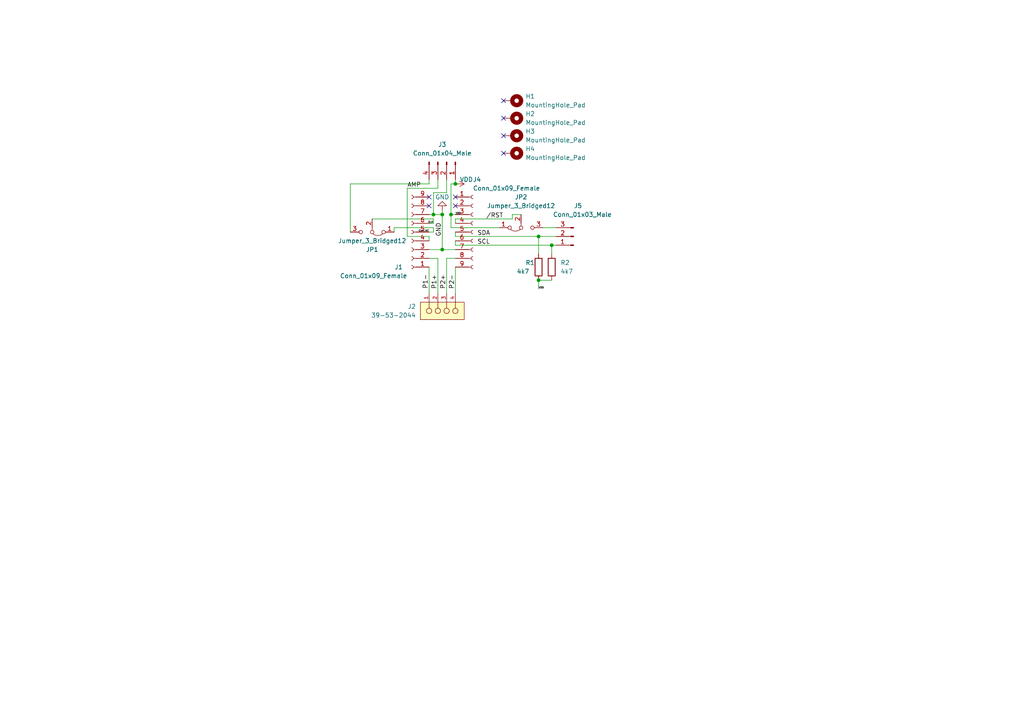
<source format=kicad_sch>
(kicad_sch (version 20211123) (generator eeschema)
  (paper "A4")
  (lib_symbols
    (symbol "Connector:Conn_01x03_Male" (pin_names (offset 1.016) hide)
      (property "Reference" "J" (at 0 5.08 0))
      (property "Value" "Conn_01x03_Male" (at 0 -5.08 0))
      (symbol "Conn_01x03_Male_1_1"
        (polyline (pts (xy 1.27 -2.54) (xy 0.8636 -2.54)) (stroke (width 0.1524)))
        (polyline (pts (xy 1.27 0) (xy 0.8636 0)) (stroke (width 0.1524)))
        (polyline (pts (xy 1.27 2.54) (xy 0.8636 2.54)) (stroke (width 0.1524)))
        (rectangle (start 0.8636 -2.413) (end 0 -2.667) (stroke (width 0.1524)) (fill (type outline)))
        (rectangle (start 0.8636 0.127) (end 0 -0.127) (stroke (width 0.1524)) (fill (type outline)))
        (rectangle (start 0.8636 2.667) (end 0 2.413) (stroke (width 0.1524)) (fill (type outline)))
        (pin passive line (at 5.08 2.54 180) (length 3.81) (name "Pin_1") (number "1"))
        (pin passive line (at 5.08 0 180) (length 3.81) (name "Pin_2") (number "2"))
        (pin passive line (at 5.08 -2.54 180) (length 3.81) (name "Pin_3") (number "3"))
      )
    )
    (symbol "Connector:Conn_01x04_Male" (pin_names (offset 1.016) hide)
      (property "Reference" "J" (at 0 5.08 0))
      (property "Value" "Conn_01x04_Male" (at 0 -7.62 0))
      (symbol "Conn_01x04_Male_1_1"
        (polyline (pts (xy 1.27 -5.08) (xy 0.8636 -5.08)) (stroke (width 0.1524)))
        (polyline (pts (xy 1.27 -2.54) (xy 0.8636 -2.54)) (stroke (width 0.1524)))
        (polyline (pts (xy 1.27 0) (xy 0.8636 0)) (stroke (width 0.1524)))
        (polyline (pts (xy 1.27 2.54) (xy 0.8636 2.54)) (stroke (width 0.1524)))
        (rectangle (start 0.8636 -4.953) (end 0 -5.207) (stroke (width 0.1524)) (fill (type outline)))
        (rectangle (start 0.8636 -2.413) (end 0 -2.667) (stroke (width 0.1524)) (fill (type outline)))
        (rectangle (start 0.8636 0.127) (end 0 -0.127) (stroke (width 0.1524)) (fill (type outline)))
        (rectangle (start 0.8636 2.667) (end 0 2.413) (stroke (width 0.1524)) (fill (type outline)))
        (pin passive line (at 5.08 2.54 180) (length 3.81) (name "Pin_1") (number "1"))
        (pin passive line (at 5.08 0 180) (length 3.81) (name "Pin_2") (number "2"))
        (pin passive line (at 5.08 -2.54 180) (length 3.81) (name "Pin_3") (number "3"))
        (pin passive line (at 5.08 -5.08 180) (length 3.81) (name "Pin_4") (number "4"))
      )
    )
    (symbol "Connector:Conn_01x09_Female" (pin_names (offset 1.016) hide)
      (property "Reference" "J" (at 0 12.7 0))
      (property "Value" "Conn_01x09_Female" (at 0 -12.7 0))
      (symbol "Conn_01x09_Female_1_1"
        (arc (start 0 -9.652) (mid -0.508 -10.16) (end 0 -10.668) (stroke (width 0.1524)))
        (arc (start 0 -7.112) (mid -0.508 -7.62) (end 0 -8.128) (stroke (width 0.1524)))
        (arc (start 0 -4.572) (mid -0.508 -5.08) (end 0 -5.588) (stroke (width 0.1524)))
        (arc (start 0 -2.032) (mid -0.508 -2.54) (end 0 -3.048) (stroke (width 0.1524)))
        (polyline (pts (xy -1.27 -10.16) (xy -0.508 -10.16)) (stroke (width 0.1524)))
        (polyline (pts (xy -1.27 -7.62) (xy -0.508 -7.62)) (stroke (width 0.1524)))
        (polyline (pts (xy -1.27 -5.08) (xy -0.508 -5.08)) (stroke (width 0.1524)))
        (polyline (pts (xy -1.27 -2.54) (xy -0.508 -2.54)) (stroke (width 0.1524)))
        (polyline (pts (xy -1.27 0) (xy -0.508 0)) (stroke (width 0.1524)))
        (polyline (pts (xy -1.27 2.54) (xy -0.508 2.54)) (stroke (width 0.1524)))
        (polyline (pts (xy -1.27 5.08) (xy -0.508 5.08)) (stroke (width 0.1524)))
        (polyline (pts (xy -1.27 7.62) (xy -0.508 7.62)) (stroke (width 0.1524)))
        (polyline (pts (xy -1.27 10.16) (xy -0.508 10.16)) (stroke (width 0.1524)))
        (arc (start 0 0.508) (mid -0.508 0) (end 0 -0.508) (stroke (width 0.1524)))
        (arc (start 0 3.048) (mid -0.508 2.54) (end 0 2.032) (stroke (width 0.1524)))
        (arc (start 0 5.588) (mid -0.508 5.08) (end 0 4.572) (stroke (width 0.1524)))
        (arc (start 0 8.128) (mid -0.508 7.62) (end 0 7.112) (stroke (width 0.1524)))
        (arc (start 0 10.668) (mid -0.508 10.16) (end 0 9.652) (stroke (width 0.1524)))
        (pin passive line (at -5.08 10.16 0) (length 3.81) (name "Pin_1") (number "1"))
        (pin passive line (at -5.08 7.62 0) (length 3.81) (name "Pin_2") (number "2"))
        (pin passive line (at -5.08 5.08 0) (length 3.81) (name "Pin_3") (number "3"))
        (pin passive line (at -5.08 2.54 0) (length 3.81) (name "Pin_4") (number "4"))
        (pin passive line (at -5.08 0 0) (length 3.81) (name "Pin_5") (number "5"))
        (pin passive line (at -5.08 -2.54 0) (length 3.81) (name "Pin_6") (number "6"))
        (pin passive line (at -5.08 -5.08 0) (length 3.81) (name "Pin_7") (number "7"))
        (pin passive line (at -5.08 -7.62 0) (length 3.81) (name "Pin_8") (number "8"))
        (pin passive line (at -5.08 -10.16 0) (length 3.81) (name "Pin_9") (number "9"))
      )
    )
    (symbol "Device:R" (pin_numbers hide) (pin_names (offset 0))
      (property "Reference" "R" (at 2.032 0 90))
      (property "Value" "R" (at 0 0 90))
      (symbol "R_0_1"
        (rectangle (start -1.016 -2.54) (end 1.016 2.54) (stroke (width 0.254)))
      )
      (symbol "R_1_1"
        (pin passive line (at 0 3.81 270) (length 1.27) (name "~") (number "1"))
        (pin passive line (at 0 -3.81 90) (length 1.27) (name "~") (number "2"))
      )
    )
    (symbol "Jumper:Jumper_3_Bridged12" (pin_names (offset 0) hide)
      (property "Reference" "JP" (at -2.54 -2.54 0))
      (property "Value" "Jumper_3_Bridged12" (at 0 2.794 0))
      (symbol "Jumper_3_Bridged12_0_0"
        (circle (center -3.302 0) (radius 0.508))
        (circle (center 0 0) (radius 0.508))
        (circle (center 3.302 0) (radius 0.508))
      )
      (symbol "Jumper_3_Bridged12_0_1"
        (arc (start -0.254 0.508) (mid -1.651 0.9912) (end -3.048 0.508))
        (polyline (pts (xy 0 -1.27) (xy 0 -0.508)))
      )
      (symbol "Jumper_3_Bridged12_1_1"
        (pin passive line (at -6.35 0 0) (length 2.54) (name "A") (number "1"))
        (pin passive line (at 0 -3.81 90) (length 2.54) (name "C") (number "2"))
        (pin passive line (at 6.35 0 180) (length 2.54) (name "B") (number "3"))
      )
    )
    (symbol "Mechanical:MountingHole_Pad" (pin_numbers hide) (pin_names (offset 1.016) hide)
      (property "Reference" "H" (at 0 6.35 0))
      (property "Value" "MountingHole_Pad" (at 0 4.445 0))
      (symbol "MountingHole_Pad_0_1"
        (circle (center 0 1.27) (radius 1.27) (stroke (width 1.27)))
      )
      (symbol "MountingHole_Pad_1_1"
        (pin input line (at 0 -2.54 90) (length 2.54) (name "1") (number "1"))
      )
    )
    (symbol "eec_rightangle:39-53-2044" (pin_names (offset 0))
      (property "Reference" "J" (at 0 12.7 0))
      (property "Value" "39-53-2044" (at 0 15.24 0))
      (symbol "39-53-2044_1_1"
        (rectangle (start -2.54 10.16) (end 10.16 5.08) (fill (type background)))
        (polyline (pts (xy 0 5.08) (xy 0 6.858)))
        (polyline (pts (xy 2.54 5.08) (xy 2.54 6.858)))
        (polyline (pts (xy 5.08 5.08) (xy 5.08 6.858)))
        (polyline (pts (xy 7.62 5.08) (xy 7.62 6.858)))
        (circle (center 0 7.62) (radius 0.762))
        (circle (center 2.54 7.62) (radius 0.762))
        (circle (center 5.08 7.62) (radius 0.762))
        (circle (center 7.62 7.62) (radius 0.762))
        (pin passive line (at 0 2.54 90) (length 2.54) (name "1") (number "1"))
        (pin passive line (at 2.54 2.54 90) (length 2.54) (name "2") (number "2"))
        (pin passive line (at 5.08 2.54 90) (length 2.54) (name "3") (number "3"))
        (pin passive line (at 7.62 2.54 90) (length 2.54) (name "4") (number "4"))
      )
    )
    (symbol "power:GND" (power) (pin_names (offset 0))
      (property "Value" "GND" (at 0 -3.81 0))
      (symbol "GND_0_1"
        (polyline (pts (xy 0 0) (xy 0 -1.27) (xy 1.27 -1.27) (xy 0 -2.54) (xy -1.27 -1.27) (xy 0 -1.27)))
      )
      (symbol "GND_1_1"
        (pin power_in line (at 0 0 270) (length 0) hide (name "GND") (number "1"))
      )
    )
    (symbol "power:VDD" (power) (pin_names (offset 0))
      (property "Value" "VDD" (at 0 3.81 0))
      (symbol "VDD_0_1"
        (polyline (pts (xy -0.762 1.27) (xy 0 2.54)))
        (polyline (pts (xy 0 0) (xy 0 2.54)))
        (polyline (pts (xy 0 2.54) (xy 0.762 1.27)))
      )
      (symbol "VDD_1_1"
        (pin power_in line (at 0 0 90) (length 0) hide (name "VDD") (number "1"))
      )
    )
  )
  (junction (at 132.08 53.34))
  (junction (at 128.27 72.39))
  (junction (at 156.21 81.28))
  (junction (at 156.21 68.58))
  (junction (at 130.81 62.23))
  (junction (at 160.02 71.12))
  (junction (at 125.73 62.23))
  (junction (at 128.27 62.23))
  (no_connect (at 146.05 29.21))
  (no_connect (at 146.05 44.45))
  (no_connect (at 132.08 57.15))
  (no_connect (at 146.05 39.37))
  (no_connect (at 124.46 59.69))
  (no_connect (at 124.46 57.15))
  (no_connect (at 132.08 59.69))
  (no_connect (at 146.05 34.29))
  (wire (pts (xy 125.73 67.31) (xy 124.46 67.31)))
  (wire (pts (xy 125.73 62.23) (xy 128.27 62.23)))
  (wire (pts (xy 124.46 52.07) (xy 124.46 53.34)))
  (wire (pts (xy 118.11 68.58) (xy 118.11 54.61)))
  (wire (pts (xy 144.78 66.04) (xy 130.81 66.04)))
  (wire (pts (xy 132.08 74.93) (xy 129.54 74.93)))
  (wire (pts (xy 148.59 62.23) (xy 148.59 63.5)))
  (wire (pts (xy 132.08 71.12) (xy 160.02 71.12)))
  (wire (pts (xy 114.3 67.31) (xy 114.3 66.04)))
  (wire (pts (xy 127 74.93) (xy 127 85.09)))
  (wire (pts (xy 130.81 53.34) (xy 130.81 62.23)))
  (wire (pts (xy 129.54 55.88) (xy 125.73 55.88)))
  (wire (pts (xy 160.02 71.12) (xy 160.02 73.66)))
  (wire (pts (xy 107.95 63.5) (xy 125.73 63.5)))
  (wire (pts (xy 130.81 62.23) (xy 130.81 66.04)))
  (wire (pts (xy 125.73 55.88) (xy 125.73 62.23)))
  (wire (pts (xy 124.46 62.23) (xy 125.73 62.23)))
  (wire (pts (xy 132.08 77.47) (xy 132.08 85.09)))
  (wire (pts (xy 118.11 54.61) (xy 127 54.61)))
  (wire (pts (xy 132.08 63.5) (xy 132.08 64.77)))
  (wire (pts (xy 125.73 63.5) (xy 125.73 64.77)))
  (wire (pts (xy 132.08 72.39) (xy 128.27 72.39)))
  (wire (pts (xy 156.21 81.28) (xy 160.02 81.28)))
  (wire (pts (xy 128.27 72.39) (xy 124.46 72.39)))
  (wire (pts (xy 132.08 71.12) (xy 132.08 69.85)))
  (wire (pts (xy 124.46 53.34) (xy 101.6 53.34)))
  (wire (pts (xy 125.73 64.77) (xy 124.46 64.77)))
  (wire (pts (xy 128.27 62.23) (xy 128.27 72.39)))
  (wire (pts (xy 124.46 68.58) (xy 118.11 68.58)))
  (wire (pts (xy 127 52.07) (xy 127 54.61)))
  (wire (pts (xy 160.02 71.12) (xy 161.29 71.12)))
  (wire (pts (xy 125.73 66.04) (xy 125.73 67.31)))
  (wire (pts (xy 148.59 63.5) (xy 132.08 63.5)))
  (wire (pts (xy 114.3 66.04) (xy 125.73 66.04)))
  (wire (pts (xy 151.13 62.23) (xy 148.59 62.23)))
  (wire (pts (xy 132.08 52.07) (xy 132.08 53.34)))
  (wire (pts (xy 132.08 67.31) (xy 132.08 68.58)))
  (wire (pts (xy 124.46 77.47) (xy 124.46 85.09)))
  (wire (pts (xy 101.6 53.34) (xy 101.6 67.31)))
  (wire (pts (xy 129.54 52.07) (xy 129.54 55.88)))
  (wire (pts (xy 132.08 53.34) (xy 130.81 53.34)))
  (wire (pts (xy 132.08 68.58) (xy 156.21 68.58)))
  (wire (pts (xy 156.21 81.28) (xy 156.21 83.82)))
  (wire (pts (xy 156.21 68.58) (xy 156.21 73.66)))
  (wire (pts (xy 129.54 74.93) (xy 129.54 85.09)))
  (wire (pts (xy 127 74.93) (xy 124.46 74.93)))
  (wire (pts (xy 156.21 68.58) (xy 161.29 68.58)))
  (wire (pts (xy 124.46 69.85) (xy 124.46 68.58)))
  (wire (pts (xy 130.81 62.23) (xy 132.08 62.23)))
  (wire (pts (xy 157.48 66.04) (xy 161.29 66.04)))
  (wire (pts (xy 128.27 60.96) (xy 128.27 62.23)))
  (label "{slash}RST" (at 140.97 63.5 0))
  (label "CLK_INT" (at 124.46 67.31 180) (effects (font (size 0.5 0.5))))
  (label "SDA" (at 138.43 68.58 0))
  (label "SCL" (at 138.43 71.12 0))
  (label "AMP" (at 118.11 54.61 0))
  (label "P2+" (at 129.54 83.82 90))
  (label "P1-" (at 124.46 83.7301 90))
  (label "P1+" (at 127 83.82 90))
  (label "GND" (at 128.27 68.58 90))
  (label "VDD" (at 132.08 62.23 0) (effects (font (size 0.5 0.5))))
  (label "P2-" (at 132.08 83.82 90))
  (label "CLK" (at 125.73 64.77 180) (effects (font (size 0.5 0.5))))
  (label "VDD" (at 156.21 83.82 0) (effects (font (size 0.5 0.5))))
  (symbol (lib_id "Connector:Conn_01x09_Female") (at 119.38 67.31 180) (unit 1)
    (property "Reference" "J1" (at 116.84 77.47 0) (effects (justify left)))
    (property "Value" "Conn_01x09_Female" (at 118.11 80.01 0) (effects (justify left)))
    (property "Footprint" "Connector_PinSocket_2.54mm:PinSocket_1x09_P2.54mm_Vertical" (effects hide))
  )
  (symbol (lib_id "Mechanical:MountingHole_Pad") (at 148.59 39.37 270) (unit 1)
    (property "Reference" "H3" (at 152.4 38.0999 90) (effects (justify left)))
    (property "Value" "MountingHole_Pad" (at 152.4 40.6399 90) (effects (justify left)))
    (property "Footprint" "MountingHole:MountingHole_2.7mm_M2.5_Pad" (effects hide))
  )
  (symbol (lib_id "Mechanical:MountingHole_Pad") (at 148.59 29.21 270) (unit 1)
    (property "Reference" "H1" (at 152.4 27.9399 90) (effects (justify left)))
    (property "Value" "MountingHole_Pad" (at 152.4 30.4799 90) (effects (justify left)))
    (property "Footprint" "MountingHole:MountingHole_2.7mm_M2.5_Pad" (effects hide))
  )
  (symbol (lib_id "Connector:Conn_01x03_Male") (at 166.37 68.58 180) (unit 1)
    (property "Reference" "J5" (at 167.64 59.69 0))
    (property "Value" "Conn_01x03_Male" (at 168.91 62.23 0))
    (property "Footprint" "Connector_PinHeader_2.54mm:PinHeader_1x03_P2.54mm_Vertical" (effects hide))
  )
  (symbol (lib_id "Jumper:Jumper_3_Bridged12") (at 107.95 67.31 180) (unit 1)
    (property "Reference" "JP1" (at 107.95 72.39 0))
    (property "Value" "Jumper_3_Bridged12" (at 107.95 69.85 0))
    (property "Footprint" "Connector_PinHeader_2.54mm:PinHeader_1x03_P2.54mm_Vertical" (effects hide))
  )
  (symbol (lib_id "Device:R") (at 156.21 77.47 0) (unit 1)
    (property "Reference" "R1" (at 152.4 76.2 0) (effects (justify left)))
    (property "Value" "4k7" (at 149.86 78.74 0) (effects (justify left)))
    (property "Footprint" "Resistor_SMD:R_0402_1005Metric" (effects hide))
  )
  (symbol (lib_id "eec_rightangle:39-53-2044") (at 124.46 82.55 0) (mirror x) (unit 1)
    (property "Reference" "J2" (at 120.65 88.8999 0) (effects (justify right)))
    (property "Value" "39-53-2044" (at 120.65 91.4399 0) (effects (justify right)))
    (property "Footprint" "eec_rightangle:Molex-39-53-2044-Manufacturer_Recommended" (effects hide))
    (property "Datasheet" "http://www.molex.com/webdocs/datasheets/pdf/en-us/0039532044_FFC_FPC_CONNECTORS.pdf" (effects hide))
    (property "Circuits Loaded" "4" (effects hide))
    (property "Component Link 1 Description" "Manufacturer URL" (effects hide))
    (property "Component Link 1 URL" "http://www.molex.com/molex/index.jsp" (effects hide))
    (property "Component Link 3 Description" "Package Specification" (effects hide))
    (property "Component Link 3 URL" "http://www.molex.com/pdm_docs/sd/039532044_sd.pdf" (effects hide))
    (property "Contact Position" "Top" (effects hide))
    (property "Current Max per Contact" "1A" (effects hide))
    (property "Durability mating cycles max" "30" (effects hide))
    (property "Entry Angle" "90degrees Angle" (effects hide))
    (property "Mated Height" "5.00mm" (effects hide))
    (property "Material   Metal" "Phosphor Bronze" (effects hide))
    (property "Material   Plating Mating" "Tin-Bismuth" (effects hide))
    (property "Material   Plating Termination" "Tin-Bismuth" (effects hide))
    (property "Mounting Technology" "Through Hole" (effects hide))
    (property "Number of Rows" "1" (effects hide))
    (property "Orientation" "Right Angle" (effects hide))
    (property "PCB Locator" "No" (effects hide))
    (property "PCB Retention" "None" (effects hide))
    (property "Package Description" "4-Lead FPC Connector, Pitch 1.25 mm" (effects hide))
    (property "Package Version" "Rev. B, 04/2007" (effects hide))
    (property "Packing" "Tray" (effects hide))
    (property "Pitch   Mating Interface" "1.25mm" (effects hide))
    (property "Polarized to PCB" "No" (effects hide))
    (property "Stackable" "No" (effects hide))
    (property "Voltage Max" "200V" (effects hide))
    (property "category" "Conn" (effects hide))
    (property "ciiva ids" "1129910" (effects hide))
    (property "library id" "3ebe62a0e8d6f367" (effects hide))
    (property "manufacturer" "Molex" (effects hide))
    (property "package" "39-53-2044" (effects hide))
    (property "release date" "1411386610" (effects hide))
    (property "rohs" "Yes" (effects hide))
    (property "vault revision" "D9A4B8C6-82F9-4EE6-AB6E-0295DAC5F270" (effects hide))
    (property "imported" "yes" (effects hide))
  )
  (symbol (lib_id "Mechanical:MountingHole_Pad") (at 148.59 34.29 270) (unit 1)
    (property "Reference" "H2" (at 152.4 33.0199 90) (effects (justify left)))
    (property "Value" "MountingHole_Pad" (at 152.4 35.5599 90) (effects (justify left)))
    (property "Footprint" "MountingHole:MountingHole_2.7mm_M2.5_Pad" (effects hide))
  )
  (symbol (lib_id "Connector:Conn_01x04_Male") (at 129.54 46.99 270) (unit 1)
    (property "Reference" "J3" (at 128.27 41.91 90))
    (property "Value" "Conn_01x04_Male" (at 128.27 44.45 90))
    (property "Footprint" "Connector_PinHeader_2.54mm:PinHeader_1x04_P2.54mm_Vertical" (effects hide))
  )
  (symbol (lib_id "Mechanical:MountingHole_Pad") (at 148.59 44.45 270) (unit 1)
    (property "Reference" "H4" (at 152.4 43.1799 90) (effects (justify left)))
    (property "Value" "MountingHole_Pad" (at 152.4 45.7199 90) (effects (justify left)))
    (property "Footprint" "MountingHole:MountingHole_2.7mm_M2.5_Pad" (effects hide))
  )
  (symbol (lib_id "power:VDD") (at 132.08 53.34 270) (unit 1)
    (property "Reference" "#PWR02" (effects hide))
    (property "Value" "VDD" (at 133.35 52.07 90) (effects (justify left)))
  )
  (symbol (lib_id "power:GND") (at 128.27 60.96 180) (unit 1)
    (property "Reference" "#PWR01" (effects hide))
    (property "Value" "GND" (at 128.27 57.15 0))
  )
  (symbol (lib_id "Jumper:Jumper_3_Bridged12") (at 151.13 66.04 0) (mirror x) (unit 1)
    (property "Reference" "JP2" (at 151.13 57.15 0))
    (property "Value" "Jumper_3_Bridged12" (at 151.13 59.69 0))
    (property "Footprint" "Connector_PinHeader_2.54mm:PinHeader_1x03_P2.54mm_Vertical" (effects hide))
  )
  (symbol (lib_id "Connector:Conn_01x09_Female") (at 137.16 67.31 0) (unit 1)
    (property "Reference" "J4" (at 137.16 52.07 0) (effects (justify left)))
    (property "Value" "Conn_01x09_Female" (at 137.16 54.61 0) (effects (justify left)))
    (property "Footprint" "Connector_PinSocket_2.54mm:PinSocket_1x09_P2.54mm_Vertical" (effects hide))
  )
  (symbol (lib_id "Device:R") (at 160.02 77.47 0) (unit 1)
    (property "Reference" "R2" (at 162.56 76.1999 0) (effects (justify left)))
    (property "Value" "4k7" (at 162.56 78.7399 0) (effects (justify left)))
    (property "Footprint" "Resistor_SMD:R_0402_1005Metric" (effects hide))
  )
)
</source>
